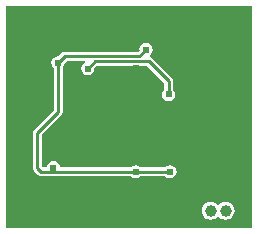
<source format=gbl>
G04*
G04 #@! TF.GenerationSoftware,Altium Limited,Altium Designer,19.0.15 (446)*
G04*
G04 Layer_Physical_Order=4*
G04 Layer_Color=16711680*
%FSLAX24Y24*%
%MOIN*%
G70*
G01*
G75*
%ADD11C,0.0098*%
%ADD39C,0.0394*%
%ADD40C,0.0240*%
G36*
X4297Y-3706D02*
X-3903D01*
Y3706D01*
X4297D01*
Y-3706D01*
D02*
G37*
%LPC*%
G36*
X758Y2478D02*
X672Y2461D01*
X599Y2413D01*
X551Y2340D01*
X534Y2254D01*
X535Y2246D01*
X468Y2180D01*
X-1959D01*
X-2017Y2168D01*
X-2066Y2135D01*
X-2168Y2034D01*
X-2175Y2035D01*
X-2261Y2018D01*
X-2334Y1970D01*
X-2382Y1897D01*
X-2400Y1811D01*
X-2382Y1725D01*
X-2334Y1652D01*
X-2327Y1648D01*
Y238D01*
X-2984Y-419D01*
X-3017Y-469D01*
X-3029Y-527D01*
Y-1683D01*
X-3017Y-1741D01*
X-2984Y-1791D01*
X-2847Y-1928D01*
X-2847Y-1928D01*
X-2797Y-1961D01*
X-2739Y-1973D01*
X-2739Y-1973D01*
X241D01*
X245Y-1979D01*
X318Y-2028D01*
X404Y-2045D01*
X489Y-2028D01*
X562Y-1979D01*
X566Y-1973D01*
X1382D01*
X1387Y-1979D01*
X1459Y-2028D01*
X1545Y-2045D01*
X1631Y-2028D01*
X1704Y-1979D01*
X1753Y-1907D01*
X1770Y-1821D01*
X1753Y-1735D01*
X1704Y-1662D01*
X1631Y-1614D01*
X1545Y-1597D01*
X1459Y-1614D01*
X1387Y-1662D01*
X1382Y-1669D01*
X566D01*
X562Y-1662D01*
X489Y-1614D01*
X404Y-1597D01*
X318Y-1614D01*
X245Y-1662D01*
X241Y-1669D01*
X-2115D01*
X-2130Y-1597D01*
X-2178Y-1524D01*
X-2251Y-1476D01*
X-2337Y-1459D01*
X-2423Y-1476D01*
X-2495Y-1524D01*
X-2544Y-1597D01*
X-2558Y-1669D01*
X-2676D01*
X-2725Y-1620D01*
Y-590D01*
X-2068Y67D01*
X-2068Y67D01*
X-2035Y117D01*
X-2023Y175D01*
Y1648D01*
X-2017Y1652D01*
X-1968Y1725D01*
X-1951Y1811D01*
X-1952Y1819D01*
X-1896Y1875D01*
X-1286D01*
X-1277Y1826D01*
X-1350Y1778D01*
X-1398Y1705D01*
X-1415Y1619D01*
X-1398Y1533D01*
X-1350Y1460D01*
X-1277Y1412D01*
X-1191Y1395D01*
X-1105Y1412D01*
X-1032Y1460D01*
X-984Y1533D01*
X-967Y1619D01*
X-968Y1627D01*
X-877Y1718D01*
X784D01*
X1354Y1148D01*
Y921D01*
X1347Y916D01*
X1299Y844D01*
X1282Y758D01*
X1299Y672D01*
X1347Y599D01*
X1420Y551D01*
X1506Y534D01*
X1592Y551D01*
X1665Y599D01*
X1713Y672D01*
X1730Y758D01*
X1713Y844D01*
X1665Y916D01*
X1658Y921D01*
Y1211D01*
X1646Y1269D01*
X1613Y1318D01*
X1613Y1318D01*
X954Y1978D01*
X905Y2011D01*
X885Y2014D01*
X875Y2067D01*
X916Y2095D01*
X965Y2168D01*
X982Y2254D01*
X965Y2340D01*
X916Y2413D01*
X844Y2461D01*
X758Y2478D01*
D02*
G37*
G36*
X3406Y-2822D02*
X3328Y-2832D01*
X3256Y-2862D01*
X3194Y-2910D01*
X3181Y-2927D01*
X3131D01*
X3117Y-2910D01*
X3055Y-2862D01*
X2983Y-2832D01*
X2906Y-2822D01*
X2828Y-2832D01*
X2756Y-2862D01*
X2694Y-2910D01*
X2646Y-2972D01*
X2616Y-3044D01*
X2606Y-3122D01*
X2616Y-3199D01*
X2646Y-3271D01*
X2694Y-3333D01*
X2756Y-3381D01*
X2828Y-3411D01*
X2906Y-3421D01*
X2983Y-3411D01*
X3055Y-3381D01*
X3117Y-3333D01*
X3131Y-3316D01*
X3181D01*
X3194Y-3333D01*
X3256Y-3381D01*
X3328Y-3411D01*
X3406Y-3421D01*
X3483Y-3411D01*
X3555Y-3381D01*
X3617Y-3333D01*
X3665Y-3271D01*
X3695Y-3199D01*
X3705Y-3122D01*
X3695Y-3044D01*
X3665Y-2972D01*
X3617Y-2910D01*
X3555Y-2862D01*
X3483Y-2832D01*
X3406Y-2822D01*
D02*
G37*
%LPD*%
D11*
X-1191Y1619D02*
X-940Y1870D01*
X531Y2027D02*
X758Y2254D01*
X-2175Y1811D02*
X-1959Y2027D01*
X531D01*
X-940Y1870D02*
X847D01*
X1506Y1211D01*
Y758D02*
Y1211D01*
X404Y-1821D02*
X404Y-1821D01*
X-2739Y-1821D02*
X404D01*
X-2877Y-1683D02*
X-2739Y-1821D01*
X-2175Y175D02*
Y1811D01*
X-2877Y-527D02*
X-2175Y175D01*
X-2877Y-1683D02*
Y-527D01*
X404Y-1821D02*
X1545D01*
D39*
X2906Y-3122D02*
D03*
X3406D02*
D03*
D40*
X758Y2254D02*
D03*
X404Y2263D02*
D03*
X2600Y717D02*
D03*
X2913Y1053D02*
D03*
X2160Y1804D02*
D03*
X1589Y2917D02*
D03*
X404Y1634D02*
D03*
X2539Y1073D02*
D03*
X1506Y758D02*
D03*
X2204Y738D02*
D03*
X2539Y1427D02*
D03*
X2569Y-39D02*
D03*
X4176Y-79D02*
D03*
Y679D02*
D03*
X3566D02*
D03*
X3566Y-79D02*
D03*
X2786Y-1855D02*
D03*
X3496Y-1855D02*
D03*
X3490Y-3590D02*
D03*
X2472Y-2590D02*
D03*
Y-3590D02*
D03*
X2825Y-797D02*
D03*
X3570Y3590D02*
D03*
X757D02*
D03*
X4176Y-3590D02*
D03*
Y-2590D02*
D03*
Y-1590D02*
D03*
X2472D02*
D03*
X3490D02*
D03*
Y-590D02*
D03*
X4176D02*
D03*
X2570Y3590D02*
D03*
X4176D02*
D03*
X1570D02*
D03*
X4176Y2590D02*
D03*
X3570D02*
D03*
X4176Y1590D02*
D03*
X3570D02*
D03*
X709Y-709D02*
D03*
X236D02*
D03*
X-236D02*
D03*
X-709D02*
D03*
X709Y-236D02*
D03*
X236D02*
D03*
X-236D02*
D03*
X-709D02*
D03*
X709Y236D02*
D03*
X236D02*
D03*
X-236D02*
D03*
X-709D02*
D03*
X709Y709D02*
D03*
X236D02*
D03*
X-236D02*
D03*
X-709D02*
D03*
X-2002Y-1330D02*
D03*
X-3790D02*
D03*
X1417Y-1378D02*
D03*
X1211Y-2550D02*
D03*
X404Y-2244D02*
D03*
X1545Y-1821D02*
D03*
X404Y-1821D02*
D03*
X-709Y1457D02*
D03*
X-2175Y1811D02*
D03*
X-3062Y-157D02*
D03*
X-2337Y-1683D02*
D03*
X-3790Y-3590D02*
D03*
Y-2470D02*
D03*
Y984D02*
D03*
Y2362D02*
D03*
Y3590D02*
D03*
X-2559D02*
D03*
X-1575D02*
D03*
X-719D02*
D03*
X-2559Y2362D02*
D03*
X-2913Y1467D02*
D03*
X-2835Y1033D02*
D03*
X-2619Y394D02*
D03*
X-3790Y-60D02*
D03*
X-2500Y-3590D02*
D03*
X-2503Y-2559D02*
D03*
X-1912D02*
D03*
X-1970Y-3590D02*
D03*
X-1020D02*
D03*
X-1516Y-2864D02*
D03*
X-1043D02*
D03*
X148Y-2559D02*
D03*
X260Y-3590D02*
D03*
X1208D02*
D03*
X1496Y-2234D02*
D03*
X-740Y2710D02*
D03*
X-1191Y1619D02*
D03*
M02*

</source>
